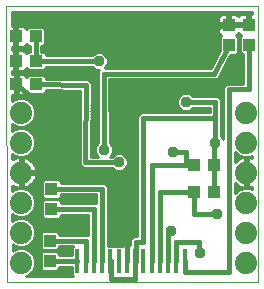
<source format=gtl>
G75*
%MOIN*%
%OFA0B0*%
%FSLAX24Y24*%
%IPPOS*%
%LPD*%
%AMOC8*
5,1,8,0,0,1.08239X$1,22.5*
%
%ADD10C,0.0000*%
%ADD11C,0.0740*%
%ADD12R,0.0157X0.0795*%
%ADD13R,0.0433X0.0394*%
%ADD14R,0.0394X0.0433*%
%ADD15C,0.0100*%
%ADD16C,0.0160*%
%ADD17C,0.0376*%
D10*
X000186Y002823D02*
X000178Y012016D01*
X008574Y012016D01*
X008578Y002827D01*
X000186Y002823D01*
D11*
X000670Y003476D03*
X000670Y004476D03*
X000670Y005476D03*
X000670Y006476D03*
X000670Y007476D03*
X000670Y008476D03*
X008170Y008476D03*
X008170Y007476D03*
X008170Y006476D03*
X008170Y005476D03*
X008170Y004476D03*
X008170Y003476D03*
D12*
X006127Y003520D03*
X005851Y003520D03*
X005576Y003520D03*
X005300Y003520D03*
X005024Y003520D03*
X004749Y003520D03*
X004473Y003520D03*
X004198Y003520D03*
X003922Y003520D03*
X003646Y003520D03*
X003371Y003520D03*
X003095Y003520D03*
X002820Y003520D03*
X002544Y003520D03*
D13*
X006422Y006724D03*
X007091Y006724D03*
X007111Y005811D03*
X006442Y005811D03*
X001174Y009413D03*
X001162Y010201D03*
X001154Y011012D03*
X000485Y011012D03*
X000493Y010201D03*
X000505Y009413D03*
D14*
X001678Y005933D03*
X001678Y005264D03*
X001627Y004205D03*
X001627Y003535D03*
X007595Y010732D03*
X007595Y011402D03*
X008261Y011409D03*
X008261Y010740D03*
D15*
X007954Y010705D02*
X007902Y010705D01*
X007902Y010803D02*
X007954Y010803D01*
X007954Y010902D02*
X007902Y010902D01*
X007902Y010994D02*
X007851Y011046D01*
X007884Y011065D01*
X007912Y011093D01*
X007930Y011124D01*
X007944Y011101D01*
X007972Y011073D01*
X008005Y011054D01*
X007954Y011002D01*
X007954Y010478D01*
X008018Y010414D01*
X008071Y010414D01*
X008071Y009438D01*
X007524Y009438D01*
X007413Y009327D01*
X007413Y007596D01*
X007399Y007629D01*
X007336Y007692D01*
X007336Y008905D01*
X007225Y009017D01*
X006402Y009017D01*
X006339Y009079D01*
X006229Y009125D01*
X006111Y009125D01*
X006001Y009079D01*
X005917Y008996D01*
X005872Y008886D01*
X005872Y008767D01*
X005917Y008658D01*
X006001Y008574D01*
X006111Y008529D01*
X006229Y008529D01*
X006339Y008574D01*
X006402Y008637D01*
X006956Y008637D01*
X006956Y008481D01*
X004658Y008481D01*
X004547Y008370D01*
X004547Y004347D01*
X004414Y004347D01*
X004303Y004236D01*
X004303Y004066D01*
X004296Y004067D01*
X004198Y004067D01*
X004198Y003520D01*
X004198Y003520D01*
X004198Y004067D01*
X004099Y004067D01*
X004061Y004057D01*
X004027Y004037D01*
X004017Y004027D01*
X003798Y004027D01*
X003784Y004014D01*
X003771Y004027D01*
X003561Y004027D01*
X003561Y006012D01*
X003450Y006123D01*
X001985Y006123D01*
X001985Y006195D01*
X001920Y006260D01*
X001436Y006260D01*
X001371Y006195D01*
X001371Y005671D01*
X001436Y005607D01*
X001920Y005607D01*
X001985Y005671D01*
X001985Y005743D01*
X003181Y005743D01*
X003181Y005447D01*
X003174Y005454D01*
X001985Y005454D01*
X001985Y005526D01*
X001920Y005590D01*
X001436Y005590D01*
X001371Y005526D01*
X001371Y005002D01*
X001436Y004937D01*
X001920Y004937D01*
X001985Y005002D01*
X001985Y005074D01*
X002905Y005074D01*
X002905Y004392D01*
X002903Y004394D01*
X002902Y004395D01*
X002824Y004395D01*
X002746Y004395D01*
X002746Y004395D01*
X001934Y004395D01*
X001934Y004467D01*
X001869Y004531D01*
X001384Y004531D01*
X001320Y004467D01*
X001320Y003943D01*
X001384Y003878D01*
X001869Y003878D01*
X001934Y003943D01*
X001934Y004015D01*
X002407Y004015D01*
X002355Y003963D01*
X002355Y003713D01*
X001934Y003720D01*
X001934Y003798D01*
X001869Y003862D01*
X001384Y003862D01*
X001320Y003798D01*
X001320Y003273D01*
X001384Y003209D01*
X001869Y003209D01*
X001934Y003273D01*
X001934Y003340D01*
X002355Y003333D01*
X002355Y003076D01*
X002408Y003024D01*
X000830Y003023D01*
X000942Y003069D01*
X001077Y003204D01*
X001150Y003381D01*
X001150Y003572D01*
X001077Y003748D01*
X000942Y003883D01*
X000766Y003956D01*
X000575Y003956D01*
X000398Y003883D01*
X000385Y003870D01*
X000385Y004083D01*
X000398Y004069D01*
X000575Y003996D01*
X000766Y003996D01*
X000942Y004069D01*
X001077Y004204D01*
X001150Y004381D01*
X001150Y004572D01*
X001077Y004748D01*
X000942Y004883D01*
X000766Y004956D01*
X000575Y004956D01*
X000398Y004883D01*
X000384Y004869D01*
X000384Y005084D01*
X000398Y005069D01*
X000575Y004996D01*
X000766Y004996D01*
X000942Y005069D01*
X001077Y005204D01*
X001150Y005381D01*
X001150Y005572D01*
X001077Y005748D01*
X000942Y005883D01*
X000766Y005956D01*
X000575Y005956D01*
X000398Y005883D01*
X000383Y005868D01*
X000383Y006042D01*
X000398Y006032D01*
X000470Y005994D01*
X000548Y005969D01*
X000620Y005958D01*
X000620Y006426D01*
X000720Y006426D01*
X000720Y005958D01*
X000792Y005969D01*
X000870Y005994D01*
X000943Y006032D01*
X001009Y006080D01*
X001067Y006138D01*
X001115Y006204D01*
X001152Y006277D01*
X001177Y006355D01*
X001189Y006426D01*
X000720Y006426D01*
X000720Y006526D01*
X001189Y006526D01*
X001177Y006598D01*
X001152Y006676D01*
X001115Y006749D01*
X001067Y006815D01*
X001009Y006873D01*
X000943Y006921D01*
X000870Y006958D01*
X000792Y006984D01*
X000720Y006995D01*
X000720Y006526D01*
X000620Y006526D01*
X000620Y006995D01*
X000548Y006984D01*
X000470Y006958D01*
X000398Y006921D01*
X000382Y006910D01*
X000382Y007085D01*
X000398Y007069D01*
X000575Y006996D01*
X000766Y006996D01*
X000942Y007069D01*
X001077Y007204D01*
X001150Y007381D01*
X001150Y007572D01*
X001077Y007748D01*
X000942Y007883D01*
X000766Y007956D01*
X000575Y007956D01*
X000398Y007883D01*
X000382Y007867D01*
X000381Y008086D01*
X000398Y008069D01*
X000575Y007996D01*
X000766Y007996D01*
X000942Y008069D01*
X001077Y008204D01*
X001150Y008381D01*
X001150Y008572D01*
X001077Y008748D01*
X000942Y008883D01*
X000766Y008956D01*
X000575Y008956D01*
X000398Y008883D01*
X000381Y008866D01*
X000380Y009067D01*
X000456Y009067D01*
X000456Y009365D01*
X000553Y009365D01*
X000553Y009067D01*
X000741Y009067D01*
X000779Y009077D01*
X000813Y009097D01*
X000841Y009124D01*
X000861Y009158D01*
X000912Y009107D01*
X001436Y009107D01*
X001501Y009171D01*
X001501Y009219D01*
X002640Y009202D01*
X002626Y007083D01*
X002626Y007083D01*
X002626Y007005D01*
X002625Y006926D01*
X002626Y006926D01*
X002626Y006736D01*
X002737Y006625D01*
X003698Y006625D01*
X003761Y006562D01*
X003871Y006517D01*
X003989Y006517D01*
X004099Y006562D01*
X004183Y006646D01*
X004228Y006756D01*
X004228Y006874D01*
X004183Y006984D01*
X004099Y007068D01*
X003989Y007113D01*
X003871Y007113D01*
X003761Y007068D01*
X003698Y007005D01*
X003624Y007005D01*
X003687Y007067D01*
X003732Y007177D01*
X003732Y007296D01*
X003687Y007405D01*
X003623Y007469D01*
X003617Y009582D01*
X007070Y009582D01*
X007100Y009567D01*
X007146Y009582D01*
X007194Y009582D01*
X007218Y009606D01*
X007250Y009616D01*
X007271Y009659D01*
X007305Y009693D01*
X007305Y009727D01*
X007644Y010406D01*
X007838Y010406D01*
X007902Y010470D01*
X007902Y010994D01*
X007896Y011000D02*
X007954Y011000D01*
X007946Y011099D02*
X007916Y011099D01*
X007914Y011353D02*
X007644Y011353D01*
X007644Y011450D01*
X007942Y011450D01*
X007942Y011458D01*
X008212Y011458D01*
X008212Y011361D01*
X007914Y011361D01*
X007914Y011353D01*
X007926Y011687D02*
X007912Y011710D01*
X007884Y011738D01*
X007850Y011758D01*
X007812Y011768D01*
X007644Y011768D01*
X007644Y011450D01*
X007547Y011450D01*
X007547Y011768D01*
X007379Y011768D01*
X007341Y011758D01*
X007306Y011738D01*
X007278Y011710D01*
X007259Y011676D01*
X007248Y011638D01*
X007248Y011450D01*
X007547Y011450D01*
X007547Y011353D01*
X007248Y011353D01*
X007248Y011165D01*
X007259Y011127D01*
X007278Y011093D01*
X007306Y011065D01*
X007340Y011046D01*
X007288Y010994D01*
X007288Y010543D01*
X006998Y009962D01*
X003504Y009962D01*
X003455Y009962D01*
X003513Y010020D01*
X003559Y010130D01*
X003559Y010248D01*
X003513Y010358D01*
X003429Y010442D01*
X003320Y010487D01*
X003201Y010487D01*
X003092Y010442D01*
X003030Y010380D01*
X001489Y010389D01*
X001489Y010443D01*
X001424Y010508D01*
X001349Y010508D01*
X007271Y010508D01*
X007288Y010606D02*
X001348Y010606D01*
X001349Y010508D02*
X001347Y010705D01*
X001416Y010705D01*
X001481Y010769D01*
X001481Y011254D01*
X001416Y011319D01*
X000892Y011319D01*
X000841Y011267D01*
X000822Y011301D01*
X000794Y011329D01*
X000759Y011348D01*
X000721Y011359D01*
X000533Y011359D01*
X000533Y011060D01*
X000437Y011060D01*
X000437Y011359D01*
X000379Y011359D01*
X000378Y011816D01*
X008374Y011816D01*
X008374Y011776D01*
X008309Y011776D01*
X008309Y011458D01*
X008212Y011458D01*
X008212Y011776D01*
X008044Y011776D01*
X008006Y011766D01*
X007972Y011746D01*
X007944Y011718D01*
X007926Y011687D01*
X007924Y011690D02*
X007927Y011690D01*
X007644Y011690D02*
X007547Y011690D01*
X007547Y011591D02*
X007644Y011591D01*
X007644Y011493D02*
X007547Y011493D01*
X007547Y011394D02*
X000378Y011394D01*
X000378Y011493D02*
X007248Y011493D01*
X007248Y011591D02*
X000378Y011591D01*
X000378Y011690D02*
X007267Y011690D01*
X007248Y011296D02*
X001439Y011296D01*
X001481Y011197D02*
X007248Y011197D01*
X007275Y011099D02*
X001481Y011099D01*
X001481Y011000D02*
X007294Y011000D01*
X007288Y010902D02*
X001481Y010902D01*
X001481Y010803D02*
X007288Y010803D01*
X007288Y010705D02*
X001347Y010705D01*
X001489Y010409D02*
X003059Y010409D01*
X003028Y010000D02*
X003092Y009936D01*
X003201Y009891D01*
X003276Y009891D01*
X003236Y009850D01*
X003236Y009850D01*
X003236Y009850D01*
X003236Y009771D01*
X003236Y009693D01*
X003236Y009693D01*
X003243Y007467D01*
X003181Y007405D01*
X003136Y007296D01*
X003136Y007177D01*
X003181Y007067D01*
X003244Y007005D01*
X003006Y007005D01*
X003021Y009388D01*
X003023Y009466D01*
X003022Y009466D01*
X003022Y009467D01*
X002967Y009523D01*
X003237Y009523D01*
X003236Y009621D02*
X001501Y009621D01*
X001501Y009599D02*
X001501Y009656D01*
X001436Y009720D01*
X000912Y009720D01*
X000861Y009669D01*
X000841Y009702D01*
X000813Y009730D01*
X000779Y009750D01*
X000741Y009760D01*
X000553Y009760D01*
X000553Y009462D01*
X000456Y009462D01*
X000456Y009760D01*
X000380Y009760D01*
X000380Y009854D01*
X000444Y009854D01*
X000444Y010152D01*
X000541Y010152D01*
X000541Y009854D01*
X000729Y009854D01*
X000767Y009864D01*
X000802Y009884D01*
X000829Y009912D01*
X000849Y009945D01*
X000900Y009894D01*
X001424Y009894D01*
X001489Y009958D01*
X001489Y010009D01*
X003028Y010000D01*
X003139Y009917D02*
X001447Y009917D01*
X001436Y009720D02*
X003236Y009720D01*
X003236Y009818D02*
X000380Y009818D01*
X000444Y009917D02*
X000541Y009917D01*
X000541Y010015D02*
X000444Y010015D01*
X000444Y010114D02*
X000541Y010114D01*
X000541Y010249D02*
X000444Y010249D01*
X000444Y010548D01*
X000379Y010548D01*
X000379Y010665D01*
X000437Y010665D01*
X000437Y010963D01*
X000533Y010963D01*
X000533Y010665D01*
X000721Y010665D01*
X000759Y010675D01*
X000794Y010695D01*
X000822Y010723D01*
X000841Y010756D01*
X000892Y010705D01*
X000967Y010705D01*
X000969Y010508D01*
X000811Y010508D01*
X000802Y010518D02*
X000767Y010537D01*
X000729Y010548D01*
X000541Y010548D01*
X000541Y010249D01*
X000541Y010311D02*
X000444Y010311D01*
X000444Y010409D02*
X000541Y010409D01*
X000541Y010508D02*
X000444Y010508D01*
X000379Y010606D02*
X000968Y010606D01*
X000969Y010508D02*
X000900Y010508D01*
X000849Y010456D01*
X000829Y010490D01*
X000802Y010518D01*
X000804Y010705D02*
X000967Y010705D01*
X000533Y010705D02*
X000437Y010705D01*
X000437Y010803D02*
X000533Y010803D01*
X000533Y010902D02*
X000437Y010902D01*
X000437Y011099D02*
X000533Y011099D01*
X000533Y011197D02*
X000437Y011197D01*
X000437Y011296D02*
X000533Y011296D01*
X000824Y011296D02*
X000869Y011296D01*
X000378Y011788D02*
X008374Y011788D01*
X008309Y011690D02*
X008212Y011690D01*
X008212Y011591D02*
X008309Y011591D01*
X008309Y011493D02*
X008212Y011493D01*
X008212Y011394D02*
X007644Y011394D01*
X007902Y010606D02*
X007954Y010606D01*
X007954Y010508D02*
X007902Y010508D01*
X007841Y010409D02*
X008071Y010409D01*
X008071Y010311D02*
X007597Y010311D01*
X007548Y010212D02*
X008071Y010212D01*
X008071Y010114D02*
X007498Y010114D01*
X007449Y010015D02*
X008071Y010015D01*
X008071Y009917D02*
X007400Y009917D01*
X007351Y009818D02*
X008071Y009818D01*
X008071Y009720D02*
X007305Y009720D01*
X007252Y009621D02*
X008071Y009621D01*
X008071Y009523D02*
X003617Y009523D01*
X003617Y009424D02*
X007511Y009424D01*
X007413Y009326D02*
X003617Y009326D01*
X003618Y009227D02*
X007413Y009227D01*
X007413Y009129D02*
X003618Y009129D01*
X003618Y009030D02*
X005952Y009030D01*
X005891Y008932D02*
X003619Y008932D01*
X003619Y008833D02*
X005872Y008833D01*
X005885Y008735D02*
X003619Y008735D01*
X003620Y008636D02*
X005939Y008636D01*
X006089Y008538D02*
X003620Y008538D01*
X003620Y008439D02*
X004616Y008439D01*
X004547Y008341D02*
X003620Y008341D01*
X003621Y008242D02*
X004547Y008242D01*
X004547Y008144D02*
X003621Y008144D01*
X003621Y008045D02*
X004547Y008045D01*
X004547Y007947D02*
X003622Y007947D01*
X003622Y007848D02*
X004547Y007848D01*
X004547Y007750D02*
X003622Y007750D01*
X003623Y007651D02*
X004547Y007651D01*
X004547Y007553D02*
X003623Y007553D01*
X003637Y007454D02*
X004547Y007454D01*
X004547Y007356D02*
X003707Y007356D01*
X003732Y007257D02*
X004547Y007257D01*
X004547Y007159D02*
X003724Y007159D01*
X003754Y007060D02*
X003680Y007060D01*
X003755Y006568D02*
X001182Y006568D01*
X001155Y006666D02*
X002696Y006666D01*
X002626Y006765D02*
X001103Y006765D01*
X001018Y006863D02*
X002626Y006863D01*
X002625Y006962D02*
X000859Y006962D01*
X000920Y007060D02*
X002626Y007060D01*
X002627Y007159D02*
X001031Y007159D01*
X001099Y007257D02*
X002627Y007257D01*
X002628Y007356D02*
X001140Y007356D01*
X001150Y007454D02*
X002629Y007454D01*
X002629Y007553D02*
X001150Y007553D01*
X001117Y007651D02*
X002630Y007651D01*
X002631Y007750D02*
X001075Y007750D01*
X000977Y007848D02*
X002631Y007848D01*
X002632Y007947D02*
X000788Y007947D01*
X000884Y008045D02*
X002633Y008045D01*
X002633Y008144D02*
X001016Y008144D01*
X001093Y008242D02*
X002634Y008242D01*
X002635Y008341D02*
X001133Y008341D01*
X001150Y008439D02*
X002635Y008439D01*
X002636Y008538D02*
X001150Y008538D01*
X001123Y008636D02*
X002637Y008636D01*
X002637Y008735D02*
X001083Y008735D01*
X000992Y008833D02*
X002638Y008833D01*
X002638Y008932D02*
X000825Y008932D01*
X000844Y009129D02*
X000890Y009129D01*
X000553Y009129D02*
X000456Y009129D01*
X000456Y009227D02*
X000553Y009227D01*
X000553Y009326D02*
X000456Y009326D01*
X000456Y009523D02*
X000553Y009523D01*
X000553Y009621D02*
X000456Y009621D01*
X000456Y009720D02*
X000553Y009720D01*
X000824Y009720D02*
X000912Y009720D01*
X000877Y009917D02*
X000832Y009917D01*
X000381Y009030D02*
X002639Y009030D01*
X002640Y009129D02*
X001458Y009129D01*
X001501Y009599D02*
X002834Y009580D01*
X002911Y009579D01*
X002912Y009579D01*
X002913Y009579D01*
X002967Y009523D01*
X003022Y009424D02*
X003237Y009424D01*
X003237Y009326D02*
X003021Y009326D01*
X003020Y009227D02*
X003238Y009227D01*
X003238Y009129D02*
X003020Y009129D01*
X003019Y009030D02*
X003238Y009030D01*
X003239Y008932D02*
X003018Y008932D01*
X003018Y008833D02*
X003239Y008833D01*
X003239Y008735D02*
X003017Y008735D01*
X003017Y008636D02*
X003240Y008636D01*
X003240Y008538D02*
X003016Y008538D01*
X003015Y008439D02*
X003240Y008439D01*
X003240Y008341D02*
X003015Y008341D01*
X003014Y008242D02*
X003241Y008242D01*
X003241Y008144D02*
X003013Y008144D01*
X003013Y008045D02*
X003241Y008045D01*
X003242Y007947D02*
X003012Y007947D01*
X003011Y007848D02*
X003242Y007848D01*
X003242Y007750D02*
X003011Y007750D01*
X003010Y007651D02*
X003243Y007651D01*
X003243Y007553D02*
X003009Y007553D01*
X003009Y007454D02*
X003230Y007454D01*
X003161Y007356D02*
X003008Y007356D01*
X003007Y007257D02*
X003136Y007257D01*
X003143Y007159D02*
X003007Y007159D01*
X003006Y007060D02*
X003188Y007060D01*
X003497Y006075D02*
X004547Y006075D01*
X004547Y005977D02*
X003561Y005977D01*
X003561Y005878D02*
X004547Y005878D01*
X004547Y005780D02*
X003561Y005780D01*
X003561Y005681D02*
X004547Y005681D01*
X004547Y005583D02*
X003561Y005583D01*
X003561Y005484D02*
X004547Y005484D01*
X004547Y005386D02*
X003561Y005386D01*
X003561Y005287D02*
X004547Y005287D01*
X004547Y005189D02*
X003561Y005189D01*
X003561Y005090D02*
X004547Y005090D01*
X004547Y004992D02*
X003561Y004992D01*
X003561Y004893D02*
X004547Y004893D01*
X004547Y004795D02*
X003561Y004795D01*
X003561Y004696D02*
X004547Y004696D01*
X004547Y004598D02*
X003561Y004598D01*
X003561Y004499D02*
X004547Y004499D01*
X004547Y004401D02*
X003561Y004401D01*
X003561Y004302D02*
X004369Y004302D01*
X004303Y004204D02*
X003561Y004204D01*
X003561Y004105D02*
X004303Y004105D01*
X004198Y004007D02*
X004198Y004007D01*
X004198Y003908D02*
X004198Y003908D01*
X004198Y003810D02*
X004198Y003810D01*
X004198Y003711D02*
X004198Y003711D01*
X004198Y003613D02*
X004198Y003613D01*
X002903Y004394D02*
X002903Y004394D01*
X002905Y004401D02*
X001934Y004401D01*
X001901Y004499D02*
X002905Y004499D01*
X002905Y004598D02*
X001139Y004598D01*
X001150Y004499D02*
X001352Y004499D01*
X001320Y004401D02*
X001150Y004401D01*
X001118Y004302D02*
X001320Y004302D01*
X001320Y004204D02*
X001076Y004204D01*
X000978Y004105D02*
X001320Y004105D01*
X001320Y004007D02*
X000791Y004007D01*
X000881Y003908D02*
X001354Y003908D01*
X001332Y003810D02*
X001015Y003810D01*
X001092Y003711D02*
X001320Y003711D01*
X001320Y003613D02*
X001133Y003613D01*
X001150Y003514D02*
X001320Y003514D01*
X001320Y003416D02*
X001150Y003416D01*
X001124Y003317D02*
X001320Y003317D01*
X001374Y003219D02*
X001083Y003219D01*
X000993Y003120D02*
X002355Y003120D01*
X002355Y003219D02*
X001879Y003219D01*
X001934Y003317D02*
X002355Y003317D01*
X002355Y003810D02*
X001921Y003810D01*
X001899Y003908D02*
X002355Y003908D01*
X002399Y004007D02*
X001934Y004007D01*
X001975Y004992D02*
X002905Y004992D01*
X002905Y004893D02*
X000918Y004893D01*
X001030Y004795D02*
X002905Y004795D01*
X002905Y004696D02*
X001099Y004696D01*
X001381Y004992D02*
X000384Y004992D01*
X000384Y004893D02*
X000422Y004893D01*
X000963Y005090D02*
X001371Y005090D01*
X001371Y005189D02*
X001061Y005189D01*
X001111Y005287D02*
X001371Y005287D01*
X001371Y005386D02*
X001150Y005386D01*
X001150Y005484D02*
X001371Y005484D01*
X001428Y005583D02*
X001146Y005583D01*
X001105Y005681D02*
X001371Y005681D01*
X001371Y005780D02*
X001045Y005780D01*
X000947Y005878D02*
X001371Y005878D01*
X001371Y005977D02*
X000816Y005977D01*
X000720Y005977D02*
X000620Y005977D01*
X000620Y006075D02*
X000720Y006075D01*
X000720Y006174D02*
X000620Y006174D01*
X000620Y006272D02*
X000720Y006272D01*
X000720Y006371D02*
X000620Y006371D01*
X000720Y006469D02*
X004547Y006469D01*
X004547Y006371D02*
X001180Y006371D01*
X001150Y006272D02*
X004547Y006272D01*
X004547Y006174D02*
X001985Y006174D01*
X001985Y005681D02*
X003181Y005681D01*
X003181Y005583D02*
X001928Y005583D01*
X001985Y005484D02*
X003181Y005484D01*
X004104Y006568D02*
X004547Y006568D01*
X004547Y006666D02*
X004191Y006666D01*
X004228Y006765D02*
X004547Y006765D01*
X004547Y006863D02*
X004228Y006863D01*
X004192Y006962D02*
X004547Y006962D01*
X004547Y007060D02*
X004106Y007060D01*
X006252Y008538D02*
X006956Y008538D01*
X006956Y008636D02*
X006401Y008636D01*
X006388Y009030D02*
X007413Y009030D01*
X007413Y008932D02*
X007310Y008932D01*
X007336Y008833D02*
X007413Y008833D01*
X007413Y008735D02*
X007336Y008735D01*
X007336Y008636D02*
X007413Y008636D01*
X007413Y008538D02*
X007336Y008538D01*
X007336Y008439D02*
X007413Y008439D01*
X007413Y008341D02*
X007336Y008341D01*
X007336Y008242D02*
X007413Y008242D01*
X007413Y008144D02*
X007336Y008144D01*
X007336Y008045D02*
X007413Y008045D01*
X007413Y007947D02*
X007336Y007947D01*
X007336Y007848D02*
X007413Y007848D01*
X007413Y007750D02*
X007336Y007750D01*
X007377Y007651D02*
X007413Y007651D01*
X007793Y007174D02*
X007898Y007069D01*
X008075Y006996D01*
X008266Y006996D01*
X008376Y007042D01*
X008376Y006955D01*
X008370Y006958D01*
X008292Y006984D01*
X008220Y006995D01*
X008220Y006526D01*
X008120Y006526D01*
X008120Y006995D01*
X008048Y006984D01*
X007970Y006958D01*
X007898Y006921D01*
X007831Y006873D01*
X007793Y006835D01*
X007793Y007174D01*
X007793Y007159D02*
X007809Y007159D01*
X007793Y007060D02*
X007920Y007060D01*
X007982Y006962D02*
X007793Y006962D01*
X007793Y006863D02*
X007822Y006863D01*
X008120Y006863D02*
X008220Y006863D01*
X008220Y006765D02*
X008120Y006765D01*
X008120Y006666D02*
X008220Y006666D01*
X008220Y006568D02*
X008120Y006568D01*
X008120Y006426D02*
X008220Y006426D01*
X008220Y005958D01*
X008292Y005969D01*
X008370Y005994D01*
X008376Y005998D01*
X008376Y005911D01*
X008266Y005956D01*
X008075Y005956D01*
X007898Y005883D01*
X007793Y005778D01*
X007793Y006118D01*
X007831Y006080D01*
X007898Y006032D01*
X007970Y005994D01*
X008048Y005969D01*
X008120Y005958D01*
X008120Y006426D01*
X008120Y006371D02*
X008220Y006371D01*
X008220Y006272D02*
X008120Y006272D01*
X008120Y006174D02*
X008220Y006174D01*
X008220Y006075D02*
X008120Y006075D01*
X008120Y005977D02*
X008220Y005977D01*
X008316Y005977D02*
X008376Y005977D01*
X008025Y005977D02*
X007793Y005977D01*
X007793Y006075D02*
X007837Y006075D01*
X007793Y005878D02*
X007893Y005878D01*
X007795Y005780D02*
X007793Y005780D01*
X008120Y006962D02*
X008220Y006962D01*
X008359Y006962D02*
X008376Y006962D01*
X007024Y010015D02*
X003509Y010015D01*
X003504Y009962D02*
X003504Y009962D01*
X003552Y010114D02*
X007074Y010114D01*
X007123Y010212D02*
X003559Y010212D01*
X003533Y010311D02*
X007172Y010311D01*
X007221Y010409D02*
X003462Y010409D01*
X000720Y006962D02*
X000620Y006962D01*
X000620Y006863D02*
X000720Y006863D01*
X000720Y006765D02*
X000620Y006765D01*
X000620Y006666D02*
X000720Y006666D01*
X000720Y006568D02*
X000620Y006568D01*
X000482Y006962D02*
X000382Y006962D01*
X000382Y007060D02*
X000420Y007060D01*
X000381Y007947D02*
X000552Y007947D01*
X000456Y008045D02*
X000381Y008045D01*
X000381Y008932D02*
X000515Y008932D01*
X001093Y006174D02*
X001371Y006174D01*
X001371Y006075D02*
X001003Y006075D01*
X000525Y005977D02*
X000383Y005977D01*
X000383Y005878D02*
X000393Y005878D01*
X000385Y004007D02*
X000549Y004007D01*
X000459Y003908D02*
X000385Y003908D01*
D16*
X001627Y004205D02*
X002824Y004205D01*
X002820Y003520D01*
X002544Y003520D02*
X001627Y003535D01*
X001678Y005264D02*
X003095Y005264D01*
X003095Y003520D01*
X003371Y003520D02*
X003371Y005933D01*
X001678Y005933D01*
X001253Y006476D02*
X001253Y008780D01*
X000505Y009413D01*
X000493Y010201D01*
X000485Y011012D01*
X001154Y011012D02*
X001162Y010201D01*
X003261Y010189D01*
X003426Y009772D02*
X007115Y009772D01*
X007595Y010732D01*
X007595Y011402D02*
X006619Y011232D01*
X007595Y011402D02*
X007595Y011409D01*
X008261Y011409D01*
X008261Y010740D02*
X008261Y009248D01*
X007603Y009248D01*
X007603Y003150D01*
X006127Y003150D01*
X006127Y003520D01*
X005851Y003520D02*
X005851Y004157D01*
X006611Y004157D01*
X006611Y003799D01*
X006627Y003799D01*
X006442Y005087D02*
X006442Y005811D01*
X005300Y005811D01*
X005300Y003520D01*
X005576Y003520D02*
X005580Y004457D01*
X005580Y004512D01*
X005654Y004512D01*
X006442Y005087D02*
X007194Y005087D01*
X007111Y005811D02*
X007111Y006724D01*
X007111Y006858D01*
X007111Y007461D01*
X007146Y007461D01*
X007146Y008291D01*
X007146Y008827D01*
X006170Y008827D01*
X007146Y008291D02*
X004737Y008291D01*
X004737Y004157D01*
X004493Y004157D01*
X004493Y003520D01*
X004473Y003520D01*
X004473Y002933D01*
X003658Y002933D01*
X003658Y003520D01*
X003646Y003520D01*
X004198Y003520D02*
X004178Y006386D01*
X004406Y006386D01*
X004406Y009358D01*
X003426Y009772D02*
X003434Y007236D01*
X003930Y006815D02*
X002816Y006815D01*
X002816Y007004D01*
X002831Y009390D01*
X001174Y009413D01*
X001253Y006476D02*
X000670Y006476D01*
X004178Y006386D01*
X005024Y006724D02*
X005024Y003520D01*
X005024Y006724D02*
X006170Y006724D01*
X006170Y007161D01*
X005749Y007161D01*
X006170Y006724D02*
X006422Y006724D01*
X007091Y006724D02*
X007111Y006724D01*
D17*
X007146Y007461D03*
X006170Y008827D03*
X005749Y007161D03*
X007194Y005087D03*
X006627Y003799D03*
X005654Y004512D03*
X003930Y006815D03*
X003434Y007236D03*
X004406Y009358D03*
X003261Y010189D03*
X006619Y011232D03*
M02*

</source>
